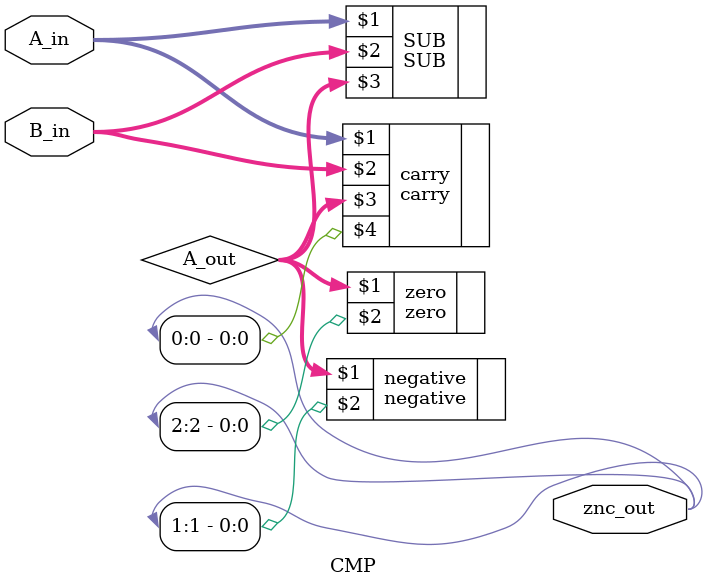
<source format=v>

module CMP (A_in, B_in, znc_out);
    input [15:0]A_in;
    input [15:0]B_in;
    wire [15:0]A_out;
    SUB SUB(A_in,B_in,A_out);

    output [2:0]znc_out;
    zero zero(A_out,znc_out[2]);
    negative negative(A_out,znc_out[1]);
    carry carry(A_in,B_in,A_out,znc_out[0]);
endmodule
</source>
